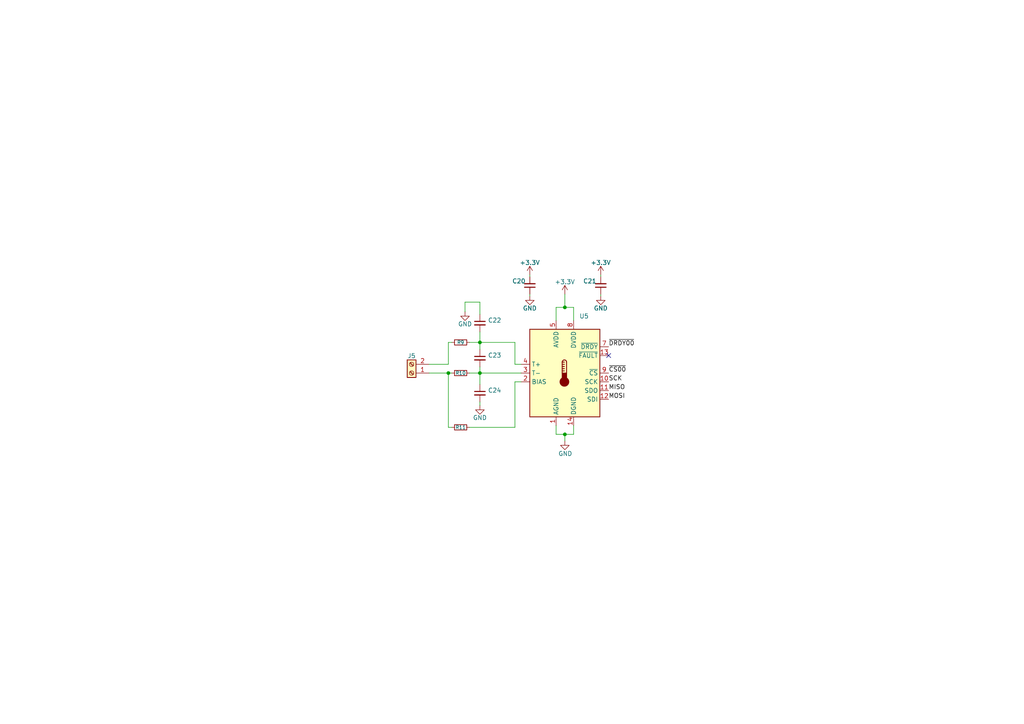
<source format=kicad_sch>
(kicad_sch (version 20211123) (generator eeschema)
  (paper "A4")
  (lib_symbols
    (symbol "Connector:Screw_Terminal_01x02" (pin_names (offset 1.016) hide)
      (property "Reference" "J" (at 0 2.54 0))
      (property "Value" "Screw_Terminal_01x02" (at 0 -5.08 0))
      (symbol "Screw_Terminal_01x02_1_1"
        (rectangle (start -1.27 1.27) (end 1.27 -3.81) (stroke (width 0.254)) (fill (type background)))
        (circle (center 0 -2.54) (radius 0.635) (stroke (width 0.1524)))
        (polyline (pts (xy -0.5334 -2.2098) (xy 0.3302 -3.048)) (stroke (width 0.1524)))
        (polyline (pts (xy -0.5334 0.3302) (xy 0.3302 -0.508)) (stroke (width 0.1524)))
        (polyline (pts (xy -0.3556 -2.032) (xy 0.508 -2.8702)) (stroke (width 0.1524)))
        (polyline (pts (xy -0.3556 0.508) (xy 0.508 -0.3302)) (stroke (width 0.1524)))
        (circle (center 0 0) (radius 0.635) (stroke (width 0.1524)))
        (pin passive line (at -5.08 0 0) (length 3.81) (name "Pin_1") (number "1"))
        (pin passive line (at -5.08 -2.54 0) (length 3.81) (name "Pin_2") (number "2"))
      )
    )
    (symbol "Device:C_Small" (pin_numbers hide) (pin_names (offset 0.254) hide)
      (property "Reference" "C" (at 0.254 1.778 0))
      (property "Value" "C_Small" (at 0.254 -2.032 0))
      (symbol "C_Small_0_1"
        (polyline (pts (xy -1.524 -0.508) (xy 1.524 -0.508)) (stroke (width 0.3302)))
        (polyline (pts (xy -1.524 0.508) (xy 1.524 0.508)) (stroke (width 0.3048)))
      )
      (symbol "C_Small_1_1"
        (pin passive line (at 0 2.54 270) (length 2.032) (name "~") (number "1"))
        (pin passive line (at 0 -2.54 90) (length 2.032) (name "~") (number "2"))
      )
    )
    (symbol "Device:R_Small" (pin_numbers hide) (pin_names (offset 0.254) hide)
      (property "Reference" "R" (at 0.762 0.508 0))
      (property "Value" "R_Small" (at 0.762 -1.016 0))
      (symbol "R_Small_0_1"
        (rectangle (start -0.762 1.778) (end 0.762 -1.778) (stroke (width 0.2032)))
      )
      (symbol "R_Small_1_1"
        (pin passive line (at 0 2.54 270) (length 0.762) (name "~") (number "1"))
        (pin passive line (at 0 -2.54 90) (length 0.762) (name "~") (number "2"))
      )
    )
    (symbol "Sensor_Temperature:MAX31856"
      (property "Reference" "U" (at -7.62 13.97 0))
      (property "Value" "MAX31856" (at 13.97 13.97 0))
      (symbol "MAX31856_0_1"
        (rectangle (start -10.16 12.7) (end 10.16 -12.7) (stroke (width 0.254)) (fill (type background)))
        (circle (center -0.127 -2.54) (radius 1.27) (stroke (width 0.254)) (fill (type outline)))
        (polyline (pts (xy -0.762 0.635) (xy -0.127 0.635)) (stroke (width 0.254)))
        (polyline (pts (xy -0.762 1.27) (xy -0.127 1.27)) (stroke (width 0.254)))
        (polyline (pts (xy -0.762 1.905) (xy -0.127 1.905)) (stroke (width 0.254)))
        (polyline (pts (xy -0.762 2.54) (xy -0.127 2.54)) (stroke (width 0.254)))
        (polyline (pts (xy -0.762 3.175) (xy -0.762 0)) (stroke (width 0.254)))
        (polyline (pts (xy -0.762 3.175) (xy -0.127 3.175)) (stroke (width 0.254)))
        (polyline (pts (xy 0.508 3.175) (xy 0.508 0)) (stroke (width 0.254)))
        (rectangle (start 0.508 -1.905) (end -0.762 0) (stroke (width 0.254)) (fill (type outline)))
        (arc (start 0.508 3.175) (mid -0.127 3.81) (end -0.762 3.175) (stroke (width 0.254)))
      )
      (symbol "MAX31856_1_1"
        (pin power_in line (at -2.54 -15.24 90) (length 2.54) (name "AGND") (number "1"))
        (pin input line (at 12.7 -2.54 180) (length 2.54) (name "SCK") (number "10"))
        (pin output line (at 12.7 -5.08 180) (length 2.54) (name "SDO") (number "11"))
        (pin input line (at 12.7 -7.62 180) (length 2.54) (name "SDI") (number "12"))
        (pin output line (at 12.7 5.08 180) (length 2.54) (name "~{FAULT}") (number "13"))
        (pin power_in line (at 2.54 -15.24 90) (length 2.54) (name "DGND") (number "14"))
        (pin input line (at -12.7 -2.54 0) (length 2.54) (name "BIAS") (number "2"))
        (pin input line (at -12.7 0 0) (length 2.54) (name "T-") (number "3"))
        (pin input line (at -12.7 2.54 0) (length 2.54) (name "T+") (number "4"))
        (pin power_in line (at -2.54 15.24 270) (length 2.54) (name "AVDD") (number "5"))
        (pin no_connect line (at -10.16 -7.62 0) (length 2.54) hide (name "DNC") (number "6"))
        (pin output line (at 12.7 7.62 180) (length 2.54) (name "~{DRDY}") (number "7"))
        (pin power_in line (at 2.54 15.24 270) (length 2.54) (name "DVDD") (number "8"))
        (pin input line (at 12.7 0 180) (length 2.54) (name "~{CS}") (number "9"))
      )
    )
    (symbol "power:+3.3V" (power) (pin_names (offset 0))
      (property "Value" "+3.3V" (at 0 3.556 0))
      (symbol "+3.3V_0_1"
        (polyline (pts (xy -0.762 1.27) (xy 0 2.54)))
        (polyline (pts (xy 0 0) (xy 0 2.54)))
        (polyline (pts (xy 0 2.54) (xy 0.762 1.27)))
      )
      (symbol "+3.3V_1_1"
        (pin power_in line (at 0 0 90) (length 0) hide (name "+3.3V") (number "1"))
      )
    )
    (symbol "power:GND" (power) (pin_names (offset 0))
      (property "Value" "GND" (at 0 -3.81 0))
      (symbol "GND_0_1"
        (polyline (pts (xy 0 0) (xy 0 -1.27) (xy 1.27 -1.27) (xy 0 -2.54) (xy -1.27 -1.27) (xy 0 -1.27)))
      )
      (symbol "GND_1_1"
        (pin power_in line (at 0 0 270) (length 0) hide (name "GND") (number "1"))
      )
    )
  )
  (junction (at 130.048 108.204))
  (junction (at 163.83 125.984))
  (junction (at 139.192 108.204))
  (junction (at 139.192 99.314))
  (junction (at 163.83 89.154))
  (no_connect (at 176.53 103.124))
  (wire (pts (xy 163.83 89.154) (xy 166.37 89.154)))
  (wire (pts (xy 163.83 85.344) (xy 163.83 89.154)))
  (wire (pts (xy 130.048 99.314) (xy 131.064 99.314)))
  (wire (pts (xy 130.048 123.952) (xy 131.064 123.952)))
  (wire (pts (xy 139.192 116.586) (xy 139.192 117.602)))
  (wire (pts (xy 139.192 108.204) (xy 139.192 111.506)))
  (wire (pts (xy 139.192 108.204) (xy 151.13 108.204)))
  (wire (pts (xy 151.13 105.664) (xy 149.352 105.664)))
  (wire (pts (xy 174.244 79.756) (xy 174.244 80.264)))
  (wire (pts (xy 149.352 105.664) (xy 149.352 99.314)))
  (wire (pts (xy 149.352 123.952) (xy 136.144 123.952)))
  (wire (pts (xy 153.67 85.344) (xy 153.67 85.852)))
  (wire (pts (xy 124.46 108.204) (xy 130.048 108.204)))
  (wire (pts (xy 163.83 125.984) (xy 163.83 127.889)))
  (wire (pts (xy 124.46 105.664) (xy 130.048 105.664)))
  (wire (pts (xy 149.352 110.744) (xy 149.352 123.952)))
  (wire (pts (xy 136.144 108.204) (xy 139.192 108.204)))
  (wire (pts (xy 139.192 99.314) (xy 139.192 101.346)))
  (wire (pts (xy 130.048 108.204) (xy 131.064 108.204)))
  (wire (pts (xy 134.874 87.63) (xy 134.874 90.424)))
  (wire (pts (xy 130.048 108.204) (xy 130.048 123.952)))
  (wire (pts (xy 161.29 92.964) (xy 161.29 89.154)))
  (wire (pts (xy 139.192 106.426) (xy 139.192 108.204)))
  (wire (pts (xy 139.192 87.63) (xy 134.874 87.63)))
  (wire (pts (xy 139.192 96.266) (xy 139.192 99.314)))
  (wire (pts (xy 136.144 99.314) (xy 139.192 99.314)))
  (wire (pts (xy 130.048 99.314) (xy 130.048 105.664)))
  (wire (pts (xy 174.244 85.344) (xy 174.244 85.852)))
  (wire (pts (xy 166.37 89.154) (xy 166.37 92.964)))
  (wire (pts (xy 166.37 125.984) (xy 166.37 123.444)))
  (wire (pts (xy 161.29 123.444) (xy 161.29 125.984)))
  (wire (pts (xy 151.13 110.744) (xy 149.352 110.744)))
  (wire (pts (xy 163.83 125.984) (xy 166.37 125.984)))
  (wire (pts (xy 139.192 91.186) (xy 139.192 87.63)))
  (wire (pts (xy 161.29 89.154) (xy 163.83 89.154)))
  (wire (pts (xy 161.29 125.984) (xy 163.83 125.984)))
  (wire (pts (xy 153.67 79.756) (xy 153.67 80.264)))
  (wire (pts (xy 149.352 99.314) (xy 139.192 99.314)))
  (label "~{CS00}" (at 176.53 108.204 0))
  (label "SCK" (at 176.53 110.744 0))
  (label "MISO" (at 176.53 113.284 0))
  (label "MOSI" (at 176.53 115.824 0))
  (label "~{DRDY00}" (at 176.53 100.584 0))
  (symbol (lib_id "power:GND") (at 163.83 127.889 0) (unit 1)
    (property "Reference" "#PWR039" (effects hide))
  )
  (symbol (lib_id "power:+3.3V") (at 163.83 85.344 0) (unit 1)
    (property "Reference" "#PWR034" (effects hide))
  )
  (symbol (lib_id "Device:R_Small") (at 133.604 108.204 90) (unit 1)
    (property "Reference" "R10" (at 133.604 108.204 90) (effects (font (size 1 1))))
  )
  (symbol (lib_id "power:GND") (at 153.67 85.852 0) (mirror y) (unit 1)
    (property "Reference" "#PWR035" (effects hide))
  )
  (symbol (lib_id "Device:R_Small") (at 133.604 99.314 90) (unit 1)
    (property "Reference" "R9" (at 133.604 99.314 90) (effects (font (size 1 1))))
  )
  (symbol (lib_id "Device:C_Small") (at 174.244 82.804 0) (mirror x) (unit 1)
    (property "Reference" "C21" (at 171.069 81.534 0))
  )
  (symbol (lib_id "Device:R_Small") (at 133.604 123.952 90) (unit 1)
    (property "Reference" "R11" (at 133.604 123.952 90) (effects (font (size 1 1))))
  )
  (symbol (lib_id "Device:C_Small") (at 139.192 114.046 0) (unit 1)
    (property "Reference" "C24" (at 141.5161 113.2176 0) (effects (justify left)))
  )
  (symbol (lib_id "power:GND") (at 139.192 117.602 0) (mirror y) (unit 1)
    (property "Reference" "#PWR038" (effects hide))
  )
  (symbol (lib_id "power:+3.3V") (at 153.67 79.756 0) (unit 1)
    (property "Reference" "#PWR032" (effects hide))
  )
  (symbol (lib_id "Device:C_Small") (at 139.192 103.886 0) (unit 1)
    (property "Reference" "C23" (at 141.5161 103.0576 0) (effects (justify left)))
  )
  (symbol (lib_id "Sensor_Temperature:MAX31856") (at 163.83 108.204 0) (unit 1)
    (property "Reference" "U5" (at 168.021 91.6971 0) (effects (justify left)))
    (property "Datasheet" "https://datasheets.maximintegrated.com/en/ds/MAX31856.pdf" (effects hide))
  )
  (symbol (lib_id "power:+3.3V") (at 174.244 79.756 0) (unit 1)
    (property "Reference" "#PWR033" (effects hide))
  )
  (symbol (lib_id "Connector:Screw_Terminal_01x02") (at 119.38 108.204 180) (unit 1)
    (property "Reference" "J5" (at 119.38 103.2312 0))
  )
  (symbol (lib_id "Device:C_Small") (at 153.67 82.804 0) (mirror x) (unit 1)
    (property "Reference" "C20" (at 150.495 81.534 0))
  )
  (symbol (lib_id "power:GND") (at 134.874 90.424 0) (mirror y) (unit 1)
    (property "Reference" "#PWR037" (effects hide))
  )
  (symbol (lib_id "Device:C_Small") (at 139.192 93.726 0) (unit 1)
    (property "Reference" "C22" (at 141.5161 92.8976 0) (effects (justify left)))
  )
  (symbol (lib_id "power:GND") (at 174.244 85.852 0) (mirror y) (unit 1)
    (property "Reference" "#PWR036" (effects hide))
  )
)
</source>
